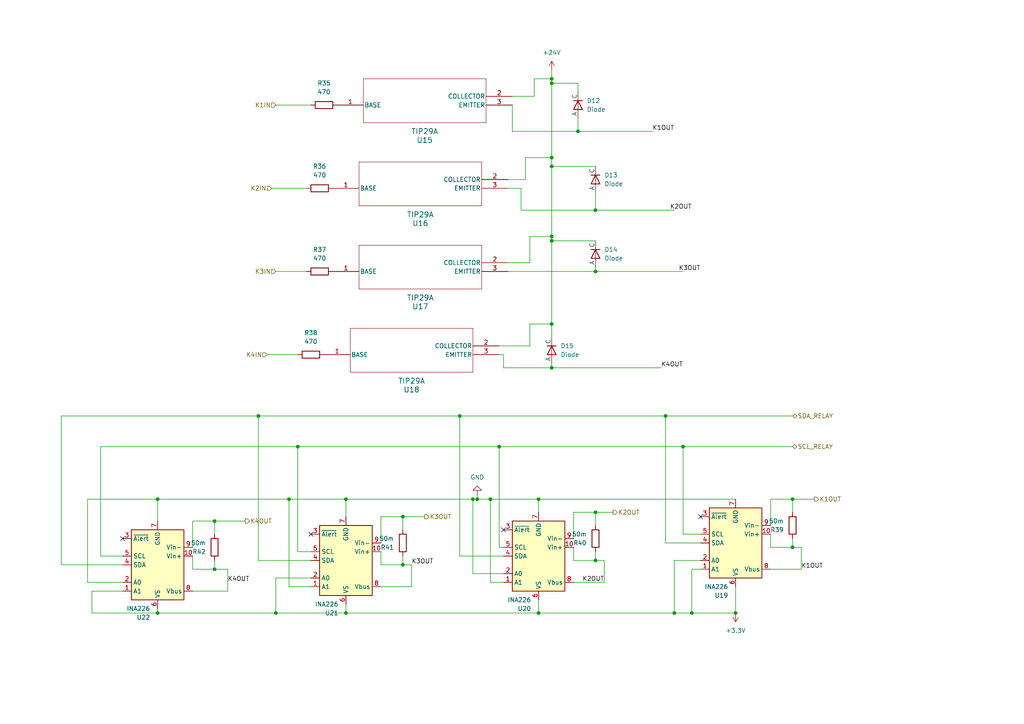
<source format=kicad_sch>
(kicad_sch (version 20250114) (generator "eeschema") (generator_version "9.0")
  (paper "A4")
  (lib_symbols
    (symbol "Device:R" (pin_numbers (hide yes)) (pin_names (offset 0))
      (property "Reference" "R" (at 2.032 0 90))
      (property "Value" "R" (at 0 0 90))
      (symbol "R_0_1"
        (rectangle (start -1.016 -2.54) (end 1.016 2.54) (stroke (width 0.254)))
      )
      (symbol "R_1_1"
        (pin passive line (at 0 3.81 270) (length 1.27) (name "~") (number "1"))
        (pin passive line (at 0 -3.81 90) (length 1.27) (name "~") (number "2"))
      )
    )
    (symbol "Mnalib:Diode" (pin_numbers (hide yes)) (pin_names (offset 0))
      (property "Reference" "D" (at 0 5.08 0))
      (property "Value" "Diode" (at 0 3.175 0))
      (symbol "Diode_0_1"
        (polyline (pts (xy -1.27 0) (xy 1.27 0)))
        (polyline (pts (xy -1.27 -1.27) (xy -1.27 1.27) (xy 1.27 0) (xy -1.27 -1.27)) (stroke (width 0.254)))
        (polyline (pts (xy 1.27 -1.27) (xy 1.27 1.27)) (stroke (width 0.254)))
      )
      (symbol "Diode_1_1"
        (pin passive line (at -3.81 0 0) (length 2.54) (name "A") (number "1"))
        (pin passive line (at 3.81 0 180) (length 2.54) (name "C") (number "2"))
      )
    )
    (symbol "Mnalib:TIP29A" (pin_names (offset 0.254))
      (property "Reference" "U" (at 25.4 10.16 0))
      (property "Value" "TIP29A" (at 25.4 7.62 0))
      (symbol "TIP29A_0_1"
        (polyline (pts (xy 7.62 5.08) (xy 7.62 -7.62)) (stroke (width 0.127)))
        (polyline (pts (xy 7.62 -7.62) (xy 43.18 -7.62)) (stroke (width 0.127)))
        (polyline (pts (xy 43.18 5.08) (xy 7.62 5.08)) (stroke (width 0.127)))
        (polyline (pts (xy 43.18 -7.62) (xy 43.18 5.08)) (stroke (width 0.127)))
        (pin unspecified line (at 0 0 0) (length 7.62) (name "BASE") (number "1"))
        (pin unspecified line (at 50.8 0 180) (length 7.62) (name "EMITTER") (number "3"))
        (pin unspecified line (at 50.8 -2.54 180) (length 7.62) (name "COLLECTOR") (number "2"))
      )
    )
    (symbol "Sensor_Energy:INA226"
      (property "Reference" "U" (at -6.35 11.43 0))
      (property "Value" "INA226" (at 3.81 11.43 0))
      (symbol "INA226_0_1"
        (rectangle (start 7.62 10.16) (end -7.62 -10.16) (stroke (width 0.254)) (fill (type background)))
      )
      (symbol "INA226_1_1"
        (pin input line (at -10.16 7.62 0) (length 2.54) (name "Vbus") (number "8"))
        (pin input line (at -10.16 -2.54 0) (length 2.54) (name "Vin+") (number "10"))
        (pin input line (at -10.16 -5.08 0) (length 2.54) (name "Vin-") (number "9"))
        (pin power_in line (at 0 12.7 270) (length 2.54) (name "VS") (number "6"))
        (pin power_in line (at 0 -12.7 90) (length 2.54) (name "GND") (number "7"))
        (pin input line (at 10.16 7.62 180) (length 2.54) (name "A1") (number "1"))
        (pin input line (at 10.16 5.08 180) (length 2.54) (name "A0") (number "2"))
        (pin bidirectional line (at 10.16 0 180) (length 2.54) (name "SDA") (number "4"))
        (pin input line (at 10.16 -2.54 180) (length 2.54) (name "SCL") (number "5"))
        (pin open_collector line (at 10.16 -7.62 180) (length 2.54) (name "~{Alert}") (number "3"))
      )
    )
    (symbol "power:+24V" (power) (pin_numbers (hide yes)) (pin_names (offset 0) (hide yes))
      (property "Value" "+24V" (at 0 3.556 0))
      (symbol "+24V_0_1"
        (polyline (pts (xy -0.762 1.27) (xy 0 2.54)))
        (polyline (pts (xy 0 2.54) (xy 0.762 1.27)))
        (polyline (pts (xy 0 0) (xy 0 2.54)))
      )
      (symbol "+24V_1_1"
        (pin power_in line (at 0 0 90) (length 0) (name "~") (number "1"))
      )
    )
    (symbol "power:+3.3V" (power) (pin_numbers (hide yes)) (pin_names (offset 0) (hide yes))
      (property "Value" "+3.3V" (at 0 3.556 0))
      (symbol "+3.3V_0_1"
        (polyline (pts (xy -0.762 1.27) (xy 0 2.54)))
        (polyline (pts (xy 0 2.54) (xy 0.762 1.27)))
        (polyline (pts (xy 0 0) (xy 0 2.54)))
      )
      (symbol "+3.3V_1_1"
        (pin power_in line (at 0 0 90) (length 0) (name "~") (number "1"))
      )
    )
    (symbol "power:GND" (power) (pin_numbers (hide yes)) (pin_names (offset 0) (hide yes))
      (property "Value" "GND" (at 0 -3.81 0))
      (symbol "GND_0_1"
        (polyline (pts (xy 0 0) (xy 0 -1.27) (xy 1.27 -1.27) (xy 0 -2.54) (xy -1.27 -1.27) (xy 0 -1.27)))
      )
      (symbol "GND_1_1"
        (pin power_in line (at 0 0 270) (length 0) (name "~") (number "1"))
      )
    )
  )
  (junction (at 133.35 120.65))
  (junction (at 156.21 144.78))
  (junction (at 229.87 158.75))
  (junction (at 62.23 151.13))
  (junction (at 116.84 149.86))
  (junction (at 160.02 68.58))
  (junction (at 45.72 177.8))
  (junction (at 142.24 144.78))
  (junction (at 137.16 144.78))
  (junction (at 160.02 106.68))
  (junction (at 138.43 144.78))
  (junction (at 172.72 60.96))
  (junction (at 80.01 177.8))
  (junction (at 160.02 24.13))
  (junction (at 229.87 144.78))
  (junction (at 116.84 163.83))
  (junction (at 83.82 144.78))
  (junction (at 62.23 165.1))
  (junction (at 160.02 45.72))
  (junction (at 167.64 38.1))
  (junction (at 160.02 69.85))
  (junction (at 200.66 177.8))
  (junction (at 100.33 177.8))
  (junction (at 100.33 144.78))
  (junction (at 172.72 148.59))
  (junction (at 74.93 120.65))
  (junction (at 144.78 129.54))
  (junction (at 86.36 129.54))
  (junction (at 160.02 22.86))
  (junction (at 172.72 78.74))
  (junction (at 172.72 162.56))
  (junction (at 193.04 120.65))
  (junction (at 198.12 129.54))
  (junction (at 160.02 48.26))
  (junction (at 160.02 93.98))
  (junction (at 45.72 144.78))
  (junction (at 213.36 177.8))
  (junction (at 195.58 177.8))
  (junction (at 156.21 177.8))
  (no_connect (at 35.56 156.21))
  (no_connect (at 90.17 154.94))
  (no_connect (at 203.2 149.86))
  (no_connect (at 146.05 153.67))
  (wire (pts (xy 17.78 163.83) (xy 17.78 120.65)))
  (wire (pts (xy 166.37 162.56) (xy 166.37 158.75)))
  (wire (pts (xy 147.32 76.2) (xy 153.67 76.2)))
  (wire (pts (xy 55.88 165.1) (xy 55.88 161.29)))
  (wire (pts (xy 144.78 158.75) (xy 144.78 129.54)))
  (wire (pts (xy 203.2 154.94) (xy 198.12 154.94)))
  (wire (pts (xy 152.4 45.72) (xy 160.02 45.72)))
  (wire (pts (xy 160.02 48.26) (xy 160.02 68.58)))
  (wire (pts (xy 223.52 152.4) (xy 223.52 144.78)))
  (wire (pts (xy 148.59 27.94) (xy 154.94 27.94)))
  (wire (pts (xy 172.72 60.96) (xy 195.58 60.96)))
  (wire (pts (xy 83.82 170.18) (xy 83.82 144.78)))
  (wire (pts (xy 144.78 129.54) (xy 86.36 129.54)))
  (wire (pts (xy 110.49 170.18) (xy 119.38 170.18)))
  (wire (pts (xy 167.64 26.67) (xy 167.64 24.13)))
  (wire (pts (xy 166.37 168.91) (xy 175.26 168.91)))
  (wire (pts (xy 116.84 153.67) (xy 116.84 149.86)))
  (wire (pts (xy 156.21 177.8) (xy 100.33 177.8)))
  (wire (pts (xy 229.87 148.59) (xy 229.87 144.78)))
  (wire (pts (xy 146.05 102.87) (xy 146.05 106.68)))
  (wire (pts (xy 147.32 78.74) (xy 172.72 78.74)))
  (wire (pts (xy 154.94 22.86) (xy 160.02 22.86)))
  (wire (pts (xy 167.64 38.1) (xy 189.23 38.1)))
  (wire (pts (xy 172.72 152.4) (xy 172.72 148.59)))
  (wire (pts (xy 160.02 24.13) (xy 160.02 45.72)))
  (wire (pts (xy 90.17 167.64) (xy 80.01 167.64)))
  (wire (pts (xy 55.88 171.45) (xy 66.04 171.45)))
  (wire (pts (xy 138.43 144.78) (xy 138.43 143.51)))
  (wire (pts (xy 229.87 156.21) (xy 229.87 158.75)))
  (wire (pts (xy 175.26 168.91) (xy 175.26 162.56)))
  (wire (pts (xy 66.04 165.1) (xy 62.23 165.1)))
  (wire (pts (xy 146.05 161.29) (xy 133.35 161.29)))
  (wire (pts (xy 137.16 166.37) (xy 137.16 144.78)))
  (wire (pts (xy 148.59 38.1) (xy 167.64 38.1)))
  (wire (pts (xy 154.94 27.94) (xy 154.94 22.86)))
  (wire (pts (xy 26.67 171.45) (xy 26.67 177.8)))
  (wire (pts (xy 156.21 148.59) (xy 156.21 144.78)))
  (wire (pts (xy 147.32 52.07) (xy 152.4 52.07)))
  (wire (pts (xy 236.22 144.78) (xy 229.87 144.78)))
  (wire (pts (xy 160.02 22.86) (xy 160.02 24.13)))
  (wire (pts (xy 100.33 177.8) (xy 80.01 177.8)))
  (wire (pts (xy 45.72 151.13) (xy 45.72 144.78)))
  (wire (pts (xy 62.23 154.94) (xy 62.23 151.13)))
  (wire (pts (xy 144.78 100.33) (xy 153.67 100.33)))
  (wire (pts (xy 166.37 156.21) (xy 166.37 148.59)))
  (wire (pts (xy 232.41 158.75) (xy 229.87 158.75)))
  (wire (pts (xy 90.17 162.56) (xy 74.93 162.56)))
  (wire (pts (xy 100.33 177.8) (xy 100.33 175.26)))
  (wire (pts (xy 160.02 45.72) (xy 160.02 48.26)))
  (wire (pts (xy 213.36 144.78) (xy 156.21 144.78)))
  (wire (pts (xy 200.66 177.8) (xy 200.66 165.1)))
  (wire (pts (xy 62.23 162.56) (xy 62.23 165.1)))
  (wire (pts (xy 175.26 162.56) (xy 172.72 162.56)))
  (wire (pts (xy 144.78 102.87) (xy 146.05 102.87)))
  (wire (pts (xy 116.84 163.83) (xy 110.49 163.83)))
  (wire (pts (xy 80.01 177.8) (xy 45.72 177.8)))
  (wire (pts (xy 45.72 177.8) (xy 45.72 176.53)))
  (wire (pts (xy 66.04 171.45) (xy 66.04 165.1)))
  (wire (pts (xy 144.78 158.75) (xy 146.05 158.75)))
  (wire (pts (xy 172.72 77.47) (xy 172.72 78.74)))
  (wire (pts (xy 156.21 144.78) (xy 142.24 144.78)))
  (wire (pts (xy 147.32 54.61) (xy 151.13 54.61)))
  (wire (pts (xy 160.02 48.26) (xy 172.72 48.26)))
  (wire (pts (xy 153.67 76.2) (xy 153.67 68.58)))
  (wire (pts (xy 229.87 129.54) (xy 198.12 129.54)))
  (wire (pts (xy 193.04 120.65) (xy 229.87 120.65)))
  (wire (pts (xy 110.49 163.83) (xy 110.49 160.02)))
  (wire (pts (xy 203.2 157.48) (xy 193.04 157.48)))
  (wire (pts (xy 35.56 168.91) (xy 25.4 168.91)))
  (wire (pts (xy 148.59 30.48) (xy 148.59 38.1)))
  (wire (pts (xy 86.36 129.54) (xy 29.21 129.54)))
  (wire (pts (xy 160.02 69.85) (xy 172.72 69.85)))
  (wire (pts (xy 133.35 161.29) (xy 133.35 120.65)))
  (wire (pts (xy 78.74 54.61) (xy 88.9 54.61)))
  (wire (pts (xy 160.02 106.68) (xy 191.77 106.68)))
  (wire (pts (xy 223.52 165.1) (xy 232.41 165.1)))
  (wire (pts (xy 142.24 168.91) (xy 142.24 144.78)))
  (wire (pts (xy 146.05 166.37) (xy 137.16 166.37)))
  (wire (pts (xy 26.67 177.8) (xy 45.72 177.8)))
  (wire (pts (xy 55.88 158.75) (xy 55.88 151.13)))
  (wire (pts (xy 62.23 151.13) (xy 55.88 151.13)))
  (wire (pts (xy 198.12 129.54) (xy 144.78 129.54)))
  (wire (pts (xy 119.38 163.83) (xy 116.84 163.83)))
  (wire (pts (xy 151.13 60.96) (xy 172.72 60.96)))
  (wire (pts (xy 146.05 168.91) (xy 142.24 168.91)))
  (wire (pts (xy 100.33 144.78) (xy 83.82 144.78)))
  (wire (pts (xy 172.72 78.74) (xy 198.12 78.74)))
  (wire (pts (xy 35.56 163.83) (xy 17.78 163.83)))
  (wire (pts (xy 153.67 100.33) (xy 153.67 93.98)))
  (wire (pts (xy 62.23 165.1) (xy 55.88 165.1)))
  (wire (pts (xy 153.67 68.58) (xy 160.02 68.58)))
  (wire (pts (xy 213.36 170.18) (xy 213.36 177.8)))
  (wire (pts (xy 172.72 55.88) (xy 172.72 60.96)))
  (wire (pts (xy 177.8 148.59) (xy 172.72 148.59)))
  (wire (pts (xy 160.02 105.41) (xy 160.02 106.68)))
  (wire (pts (xy 83.82 144.78) (xy 45.72 144.78)))
  (wire (pts (xy 133.35 120.65) (xy 193.04 120.65)))
  (wire (pts (xy 213.36 177.8) (xy 200.66 177.8)))
  (wire (pts (xy 80.01 30.48) (xy 90.17 30.48)))
  (wire (pts (xy 86.36 160.02) (xy 86.36 129.54)))
  (wire (pts (xy 152.4 52.07) (xy 152.4 45.72)))
  (wire (pts (xy 90.17 170.18) (xy 83.82 170.18)))
  (wire (pts (xy 29.21 161.29) (xy 29.21 129.54)))
  (wire (pts (xy 45.72 144.78) (xy 25.4 144.78)))
  (wire (pts (xy 160.02 68.58) (xy 160.02 69.85)))
  (wire (pts (xy 151.13 60.96) (xy 151.13 54.61)))
  (wire (pts (xy 123.19 149.86) (xy 116.84 149.86)))
  (wire (pts (xy 160.02 69.85) (xy 160.02 93.98)))
  (wire (pts (xy 153.67 93.98) (xy 160.02 93.98)))
  (wire (pts (xy 119.38 170.18) (xy 119.38 163.83)))
  (wire (pts (xy 195.58 177.8) (xy 156.21 177.8)))
  (wire (pts (xy 35.56 161.29) (xy 29.21 161.29)))
  (wire (pts (xy 35.56 171.45) (xy 26.67 171.45)))
  (wire (pts (xy 17.78 120.65) (xy 74.93 120.65)))
  (wire (pts (xy 167.64 24.13) (xy 160.02 24.13)))
  (wire (pts (xy 160.02 93.98) (xy 160.02 97.79)))
  (wire (pts (xy 156.21 177.8) (xy 156.21 173.99)))
  (wire (pts (xy 172.72 162.56) (xy 166.37 162.56)))
  (wire (pts (xy 110.49 157.48) (xy 110.49 149.86)))
  (wire (pts (xy 167.64 38.1) (xy 167.64 34.29)))
  (wire (pts (xy 90.17 160.02) (xy 86.36 160.02)))
  (wire (pts (xy 138.43 144.78) (xy 137.16 144.78)))
  (wire (pts (xy 203.2 162.56) (xy 195.58 162.56)))
  (wire (pts (xy 77.47 102.87) (xy 86.36 102.87)))
  (wire (pts (xy 232.41 165.1) (xy 232.41 158.75)))
  (wire (pts (xy 172.72 160.02) (xy 172.72 162.56)))
  (wire (pts (xy 229.87 144.78) (xy 223.52 144.78)))
  (wire (pts (xy 80.01 78.74) (xy 88.9 78.74)))
  (wire (pts (xy 229.87 158.75) (xy 223.52 158.75)))
  (wire (pts (xy 200.66 177.8) (xy 195.58 177.8)))
  (wire (pts (xy 203.2 165.1) (xy 200.66 165.1)))
  (wire (pts (xy 160.02 20.32) (xy 160.02 22.86)))
  (wire (pts (xy 193.04 157.48) (xy 193.04 120.65)))
  (wire (pts (xy 137.16 144.78) (xy 100.33 144.78)))
  (wire (pts (xy 116.84 149.86) (xy 110.49 149.86)))
  (wire (pts (xy 172.72 148.59) (xy 166.37 148.59)))
  (wire (pts (xy 80.01 167.64) (xy 80.01 177.8)))
  (wire (pts (xy 74.93 162.56) (xy 74.93 120.65)))
  (wire (pts (xy 195.58 162.56) (xy 195.58 177.8)))
  (wire (pts (xy 71.12 151.13) (xy 62.23 151.13)))
  (wire (pts (xy 223.52 158.75) (xy 223.52 154.94)))
  (wire (pts (xy 142.24 144.78) (xy 138.43 144.78)))
  (wire (pts (xy 100.33 149.86) (xy 100.33 144.78)))
  (wire (pts (xy 116.84 161.29) (xy 116.84 163.83)))
  (wire (pts (xy 74.93 120.65) (xy 133.35 120.65)))
  (wire (pts (xy 198.12 154.94) (xy 198.12 129.54)))
  (wire (pts (xy 146.05 106.68) (xy 160.02 106.68)))
  (wire (pts (xy 25.4 168.91) (xy 25.4 144.78)))
  (label "K1OUT" (at 189.23 38.1 0))
  (label "K2OUT" (at 168.91 168.91 0))
  (label "K4OUT" (at 66.04 168.91 0))
  (label "K3OUT" (at 196.85 78.74 0))
  (label "K3OUT" (at 119.38 163.83 0))
  (label "K4OUT" (at 191.77 106.68 0))
  (label "K2OUT" (at 194.31 60.96 0))
  (label "K1OUT" (at 232.41 165.1 0))
  (hierarchical_label "K2IN" (shape input) (at 78.74 54.61 180))
  (hierarchical_label "K3IN" (shape input) (at 80.01 78.74 180))
  (hierarchical_label "K4IN" (shape input) (at 77.47 102.87 180))
  (hierarchical_label "K1OUT" (shape output) (at 236.22 144.78 0))
  (hierarchical_label "K2OUT" (shape output) (at 177.8 148.59 0))
  (hierarchical_label "K3OUT" (shape output) (at 123.19 149.86 0))
  (hierarchical_label "K1IN" (shape input) (at 80.01 30.48 180))
  (hierarchical_label "SCL_RELAY" (shape bidirectional) (at 229.87 129.54 0))
  (hierarchical_label "K4OUT" (shape output) (at 71.12 151.13 0))
  (hierarchical_label "SDA_RELAY" (shape bidirectional) (at 229.87 120.65 0))
  (symbol (lib_id "Mnalib:Diode") (at 167.64 30.48 90) (unit 1)
    (property "Reference" "D12" (at 170.18 29.2099 90) (effects (justify right)))
    (property "Value" "Diode" (at 170.18 31.7499 90) (effects (justify right)))
    (property "Footprint" "LibraryMNA:DO-41_DIO" (effects (hide yes)))
    (property "Datasheet" "https://diotec.com/de/produktliste/D.html" (effects (hide yes)))
    (property "Description" "Diode" (effects (hide yes)))
  )
  (symbol (lib_id "Mnalib:Diode") (at 172.72 73.66 90) (unit 1)
    (property "Reference" "D14" (at 175.26 72.3899 90) (effects (justify right)))
    (property "Value" "Diode" (at 175.26 74.9299 90) (effects (justify right)))
    (property "Footprint" "LibraryMNA:DO-41_DIO" (effects (hide yes)))
    (property "Datasheet" "https://diotec.com/de/produktliste/D.html" (effects (hide yes)))
    (property "Description" "Diode" (effects (hide yes)))
  )
  (symbol (lib_id "Mnalib:TIP29A") (at 96.52 54.61 0) (mirror x) (unit 1)
    (property "Reference" "U16" (at 121.92 64.77 0) (effects (font (size 1.524 1.524))))
    (property "Value" "TIP29A" (at 121.92 62.23 0) (effects (font (size 1.524 1.524))))
    (property "Footprint" "LibraryMNA:TO-220AB_ONS_STM" (effects (hide yes)))
    (property "Datasheet" "https://www.st.com/resource/en/datasheet/tip29a.pdf" (effects (hide yes)))
  )
  (symbol (lib_id "Sensor_Energy:INA226") (at 213.36 157.48 180) (unit 1)
    (property "Reference" "U19" (at 211.2167 172.72 0) (effects (justify left)))
    (property "Value" "INA226" (at 211.2167 170.18 0) (effects (justify left)))
    (property "Footprint" "Package_SO:VSSOP-10_3x3mm_P0.5mm" (effects (hide yes)))
    (property "Datasheet" "http://www.ti.com/lit/ds/symlink/ina226.pdf" (effects (hide yes)))
    (property "Description" "High-Side or Low-Side Measurement, Bi-Directional Current and Power Monitor (0-36V) with I2C Compatible Interface, VSSOP-10" (effects (hide yes)))
  )
  (symbol (lib_id "Mnalib:Diode") (at 160.02 101.6 90) (unit 1)
    (property "Reference" "D15" (at 162.56 100.3299 90) (effects (justify right)))
    (property "Value" "Diode" (at 162.56 102.8699 90) (effects (justify right)))
    (property "Footprint" "LibraryMNA:DO-41_DIO" (effects (hide yes)))
    (property "Datasheet" "https://diotec.com/de/produktliste/D.html" (effects (hide yes)))
    (property "Description" "Diode" (effects (hide yes)))
  )
  (symbol (lib_id "Mnalib:TIP29A") (at 93.98 102.87 0) (mirror x) (unit 1)
    (property "Reference" "U18" (at 119.38 113.03 0) (effects (font (size 1.524 1.524))))
    (property "Value" "TIP29A" (at 119.38 110.49 0) (effects (font (size 1.524 1.524))))
    (property "Footprint" "LibraryMNA:TO-220AB_ONS_STM" (effects (hide yes)))
    (property "Datasheet" "https://www.st.com/resource/en/datasheet/tip29a.pdf" (effects (hide yes)))
  )
  (symbol (lib_id "Device:R") (at 116.84 157.48 180) (unit 1)
    (property "Reference" "R41" (at 114.3 158.7501 0) (effects (justify left)))
    (property "Value" "50m" (at 114.3 156.2101 0) (effects (justify left)))
    (property "Footprint" "Resistor_SMD:R_2512_6332Metric_Pad1.40x3.35mm_HandSolder" (effects (hide yes)))
    (property "Description" "Resistor" (effects (hide yes)))
  )
  (symbol (lib_id "Sensor_Energy:INA226") (at 156.21 161.29 180) (unit 1)
    (property "Reference" "U20" (at 154.0667 176.53 0) (effects (justify left)))
    (property "Value" "INA226" (at 154.0667 173.99 0) (effects (justify left)))
    (property "Footprint" "Package_SO:VSSOP-10_3x3mm_P0.5mm" (effects (hide yes)))
    (property "Datasheet" "http://www.ti.com/lit/ds/symlink/ina226.pdf" (effects (hide yes)))
    (property "Description" "High-Side or Low-Side Measurement, Bi-Directional Current and Power Monitor (0-36V) with I2C Compatible Interface, VSSOP-10" (effects (hide yes)))
  )
  (symbol (lib_id "power:GND") (at 138.43 143.51 180) (unit 1)
    (property "Reference" "#PWR060" (effects (hide yes)))
    (property "Value" "GND" (at 138.43 138.43 0))
    (property "Description" "Power symbol creates a global label with name \"GND\" , ground" (effects (hide yes)))
  )
  (symbol (lib_id "Sensor_Energy:INA226") (at 45.72 163.83 180) (unit 1)
    (property "Reference" "U22" (at 43.5767 179.07 0) (effects (justify left)))
    (property "Value" "INA226" (at 43.5767 176.53 0) (effects (justify left)))
    (property "Footprint" "Package_SO:VSSOP-10_3x3mm_P0.5mm" (effects (hide yes)))
    (property "Datasheet" "http://www.ti.com/lit/ds/symlink/ina226.pdf" (effects (hide yes)))
    (property "Description" "High-Side or Low-Side Measurement, Bi-Directional Current and Power Monitor (0-36V) with I2C Compatible Interface, VSSOP-10" (effects (hide yes)))
  )
  (symbol (lib_id "Device:R") (at 92.71 54.61 90) (unit 1)
    (property "Reference" "R36" (at 92.71 48.26 90))
    (property "Value" "470" (at 92.71 50.8 90))
    (property "Footprint" "Resistor_SMD:R_0805_2012Metric_Pad1.20x1.40mm_HandSolder" (effects (hide yes)))
    (property "Description" "Resistor" (effects (hide yes)))
  )
  (symbol (lib_id "Device:R") (at 90.17 102.87 90) (unit 1)
    (property "Reference" "R38" (at 90.17 96.52 90))
    (property "Value" "470" (at 90.17 99.06 90))
    (property "Footprint" "Resistor_SMD:R_0805_2012Metric_Pad1.20x1.40mm_HandSolder" (effects (hide yes)))
    (property "Description" "Resistor" (effects (hide yes)))
  )
  (symbol (lib_id "Device:R") (at 92.71 78.74 90) (unit 1)
    (property "Reference" "R37" (at 92.71 72.39 90))
    (property "Value" "470" (at 92.71 74.93 90))
    (property "Footprint" "Resistor_SMD:R_0805_2012Metric_Pad1.20x1.40mm_HandSolder" (effects (hide yes)))
    (property "Description" "Resistor" (effects (hide yes)))
  )
  (symbol (lib_id "Device:R") (at 62.23 158.75 180) (unit 1)
    (property "Reference" "R42" (at 59.69 160.0201 0) (effects (justify left)))
    (property "Value" "50m" (at 59.69 157.4801 0) (effects (justify left)))
    (property "Footprint" "Resistor_SMD:R_2512_6332Metric_Pad1.40x3.35mm_HandSolder" (effects (hide yes)))
    (property "Description" "Resistor" (effects (hide yes)))
  )
  (symbol (lib_id "Mnalib:TIP29A") (at 97.79 30.48 0) (mirror x) (unit 1)
    (property "Reference" "U15" (at 123.19 40.64 0) (effects (font (size 1.524 1.524))))
    (property "Value" "TIP29A" (at 123.19 38.1 0) (effects (font (size 1.524 1.524))))
    (property "Footprint" "LibraryMNA:TO-220AB_ONS_STM" (effects (hide yes)))
    (property "Datasheet" "https://www.st.com/resource/en/datasheet/tip29a.pdf" (effects (hide yes)))
  )
  (symbol (lib_id "Mnalib:Diode") (at 172.72 52.07 90) (unit 1)
    (property "Reference" "D13" (at 175.26 50.7999 90) (effects (justify right)))
    (property "Value" "Diode" (at 175.26 53.3399 90) (effects (justify right)))
    (property "Footprint" "LibraryMNA:DO-41_DIO" (effects (hide yes)))
    (property "Datasheet" "https://diotec.com/de/produktliste/D.html" (effects (hide yes)))
    (property "Description" "Diode" (effects (hide yes)))
  )
  (symbol (lib_id "Device:R") (at 229.87 152.4 180) (unit 1)
    (property "Reference" "R39" (at 227.33 153.6701 0) (effects (justify left)))
    (property "Value" "50m" (at 227.33 151.1301 0) (effects (justify left)))
    (property "Footprint" "Resistor_SMD:R_2512_6332Metric_Pad1.40x3.35mm_HandSolder" (effects (hide yes)))
    (property "Description" "Resistor" (effects (hide yes)))
  )
  (symbol (lib_id "Device:R") (at 93.98 30.48 90) (unit 1)
    (property "Reference" "R35" (at 93.98 24.13 90))
    (property "Value" "470" (at 93.98 26.67 90))
    (property "Footprint" "Resistor_SMD:R_0805_2012Metric_Pad1.20x1.40mm_HandSolder" (effects (hide yes)))
    (property "Description" "Resistor" (effects (hide yes)))
  )
  (symbol (lib_id "power:+24V") (at 160.02 20.32 0) (unit 1)
    (property "Reference" "#PWR058" (effects (hide yes)))
    (property "Value" "+24V" (at 160.02 15.24 0))
    (property "Description" "Power symbol creates a global label with name \"+24V\"" (effects (hide yes)))
  )
  (symbol (lib_id "Mnalib:TIP29A") (at 96.52 78.74 0) (mirror x) (unit 1)
    (property "Reference" "U17" (at 121.92 88.9 0) (effects (font (size 1.524 1.524))))
    (property "Value" "TIP29A" (at 121.92 86.36 0) (effects (font (size 1.524 1.524))))
    (property "Footprint" "LibraryMNA:TO-220AB_ONS_STM" (effects (hide yes)))
    (property "Datasheet" "https://www.st.com/resource/en/datasheet/tip29a.pdf" (effects (hide yes)))
  )
  (symbol (lib_id "Sensor_Energy:INA226") (at 100.33 162.56 180) (unit 1)
    (property "Reference" "U21" (at 98.1867 177.8 0) (effects (justify left)))
    (property "Value" "INA226" (at 98.1867 175.26 0) (effects (justify left)))
    (property "Footprint" "Package_SO:VSSOP-10_3x3mm_P0.5mm" (effects (hide yes)))
    (property "Datasheet" "http://www.ti.com/lit/ds/symlink/ina226.pdf" (effects (hide yes)))
    (property "Description" "High-Side or Low-Side Measurement, Bi-Directional Current and Power Monitor (0-36V) with I2C Compatible Interface, VSSOP-10" (effects (hide yes)))
  )
  (symbol (lib_id "Device:R") (at 172.72 156.21 180) (unit 1)
    (property "Reference" "R40" (at 170.18 157.4801 0) (effects (justify left)))
    (property "Value" "50m" (at 170.18 154.9401 0) (effects (justify left)))
    (property "Footprint" "Resistor_SMD:R_2512_6332Metric_Pad1.40x3.35mm_HandSolder" (effects (hide yes)))
    (property "Description" "Resistor" (effects (hide yes)))
  )
  (symbol (lib_id "power:+3.3V") (at 213.36 177.8 180) (unit 1)
    (property "Reference" "#PWR059" (effects (hide yes)))
    (property "Value" "+3.3V" (at 213.36 182.88 0))
    (property "Description" "Power symbol creates a global label with name \"+3.3V\"" (effects (hide yes)))
  )
)
</source>
